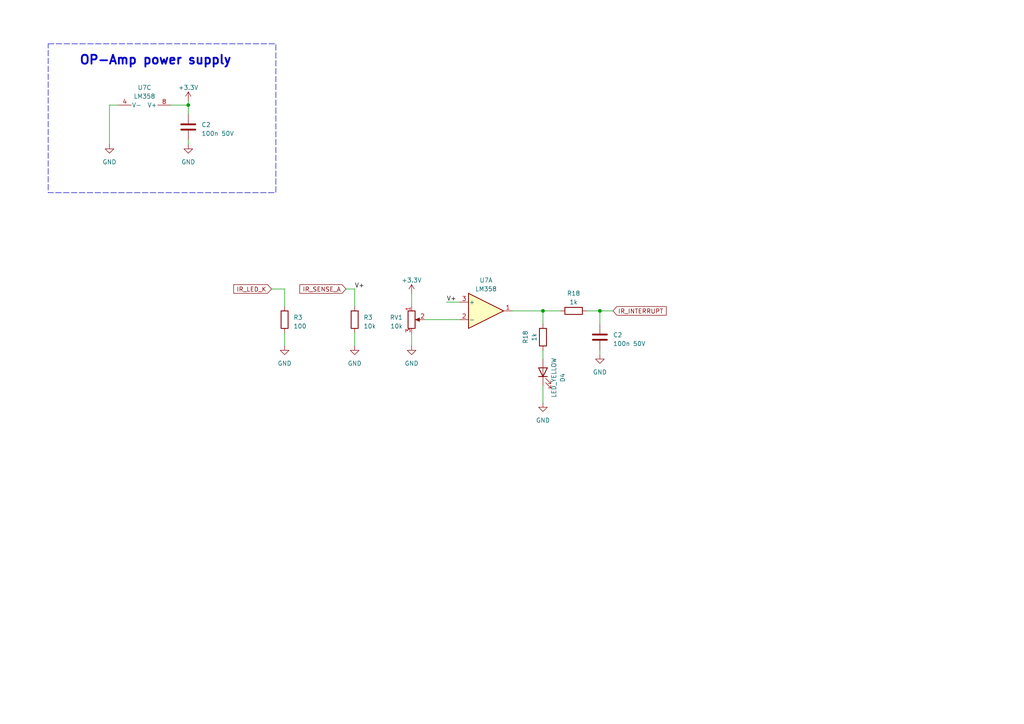
<source format=kicad_sch>
(kicad_sch (version 20230121) (generator eeschema)
  (paper "A4")
  (lib_symbols
    (symbol "Amplifier_Operational:LM358" (pin_names (offset 0.127))
      (property "Reference" "U" (at 0 5.08 0))
      (property "Value" "LM358" (at 0 -5.08 0))
      (symbol "LM358_1_1"
        (polyline (pts (xy -5.08 5.08) (xy 5.08 0) (xy -5.08 -5.08) (xy -5.08 5.08)) (stroke (width 0.254)) (fill (type background)))
        (pin output line (at 7.62 0 180) (length 2.54) (name "~") (number "1"))
        (pin input line (at -7.62 -2.54 0) (length 2.54) (name "-") (number "2"))
        (pin input line (at -7.62 2.54 0) (length 2.54) (name "+") (number "3"))
      )
      (symbol "LM358_2_1"
        (polyline (pts (xy -5.08 5.08) (xy 5.08 0) (xy -5.08 -5.08) (xy -5.08 5.08)) (stroke (width 0.254)) (fill (type background)))
        (pin input line (at -7.62 2.54 0) (length 2.54) (name "+") (number "5"))
        (pin input line (at -7.62 -2.54 0) (length 2.54) (name "-") (number "6"))
        (pin output line (at 7.62 0 180) (length 2.54) (name "~") (number "7"))
      )
      (symbol "LM358_3_1"
        (pin power_in line (at -2.54 -7.62 90) (length 3.81) (name "V-") (number "4"))
        (pin power_in line (at -2.54 7.62 270) (length 3.81) (name "V+") (number "8"))
      )
    )
    (symbol "Device:C" (pin_numbers hide) (pin_names (offset 0.254))
      (property "Reference" "C" (at 0.635 2.54 0))
      (property "Value" "C" (at 0.635 -2.54 0))
      (symbol "C_0_1"
        (polyline (pts (xy -2.032 -0.762) (xy 2.032 -0.762)) (stroke (width 0.508)))
        (polyline (pts (xy -2.032 0.762) (xy 2.032 0.762)) (stroke (width 0.508)))
      )
      (symbol "C_1_1"
        (pin passive line (at 0 3.81 270) (length 2.794) (name "~") (number "1"))
        (pin passive line (at 0 -3.81 90) (length 2.794) (name "~") (number "2"))
      )
    )
    (symbol "Device:LED" (pin_numbers hide) (pin_names (offset 1.016) hide)
      (property "Reference" "D" (at 0 2.54 0))
      (property "Value" "LED" (at 0 -2.54 0))
      (symbol "LED_0_1"
        (polyline (pts (xy -1.27 -1.27) (xy -1.27 1.27)) (stroke (width 0.254)))
        (polyline (pts (xy -1.27 0) (xy 1.27 0)))
        (polyline (pts (xy 1.27 -1.27) (xy 1.27 1.27) (xy -1.27 0) (xy 1.27 -1.27)) (stroke (width 0.254)))
        (polyline (pts (xy -3.048 -0.762) (xy -4.572 -2.286) (xy -3.81 -2.286) (xy -4.572 -2.286) (xy -4.572 -1.524)))
        (polyline (pts (xy -1.778 -0.762) (xy -3.302 -2.286) (xy -2.54 -2.286) (xy -3.302 -2.286) (xy -3.302 -1.524)))
      )
      (symbol "LED_1_1"
        (pin passive line (at -3.81 0 0) (length 2.54) (name "K") (number "1"))
        (pin passive line (at 3.81 0 180) (length 2.54) (name "A") (number "2"))
      )
    )
    (symbol "Device:R" (pin_numbers hide) (pin_names (offset 0))
      (property "Reference" "R" (at 2.032 0 90))
      (property "Value" "R" (at 0 0 90))
      (symbol "R_0_1"
        (rectangle (start -1.016 -2.54) (end 1.016 2.54) (stroke (width 0.254)))
      )
      (symbol "R_1_1"
        (pin passive line (at 0 3.81 270) (length 1.27) (name "~") (number "1"))
        (pin passive line (at 0 -3.81 90) (length 1.27) (name "~") (number "2"))
      )
    )
    (symbol "Device:R_Potentiometer" (pin_names (offset 1.016) hide)
      (property "Reference" "RV" (at -4.445 0 90))
      (property "Value" "R_Potentiometer" (at -2.54 0 90))
      (symbol "R_Potentiometer_0_1"
        (polyline (pts (xy 2.54 0) (xy 1.524 0)))
        (polyline (pts (xy 1.143 0) (xy 2.286 0.508) (xy 2.286 -0.508) (xy 1.143 0)) (fill (type outline)))
        (rectangle (start 1.016 2.54) (end -1.016 -2.54) (stroke (width 0.254)))
      )
      (symbol "R_Potentiometer_1_1"
        (pin passive line (at 0 3.81 270) (length 1.27) (name "1") (number "1"))
        (pin passive line (at 3.81 0 180) (length 1.27) (name "2") (number "2"))
        (pin passive line (at 0 -3.81 90) (length 1.27) (name "3") (number "3"))
      )
    )
    (symbol "power:+3.3V" (power) (pin_names (offset 0))
      (property "Value" "+3.3V" (at 0 3.556 0))
      (symbol "+3.3V_0_1"
        (polyline (pts (xy -0.762 1.27) (xy 0 2.54)))
        (polyline (pts (xy 0 0) (xy 0 2.54)))
        (polyline (pts (xy 0 2.54) (xy 0.762 1.27)))
      )
      (symbol "+3.3V_1_1"
        (pin power_in line (at 0 0 90) (length 0) hide (name "+3.3V") (number "1"))
      )
    )
    (symbol "power:GND" (power) (pin_names (offset 0))
      (property "Value" "GND" (at 0 -3.81 0))
      (symbol "GND_0_1"
        (polyline (pts (xy 0 0) (xy 0 -1.27) (xy 1.27 -1.27) (xy 0 -2.54) (xy -1.27 -1.27) (xy 0 -1.27)))
      )
      (symbol "GND_1_1"
        (pin power_in line (at 0 0 270) (length 0) hide (name "GND") (number "1"))
      )
    )
  )
  (junction (at 157.48 90.17))
  (junction (at 173.99 90.17))
  (junction (at 54.61 30.48))
  (wire (pts (xy 129.54 87.63) (xy 133.35 87.63)))
  (wire (pts (xy 157.48 90.17) (xy 157.48 93.98)))
  (wire (pts (xy 173.99 102.87) (xy 173.99 101.6)))
  (wire (pts (xy 173.99 90.17) (xy 177.8 90.17)))
  (wire (pts (xy 119.38 96.52) (xy 119.38 100.33)))
  (wire (pts (xy 54.61 41.91) (xy 54.61 40.64)))
  (wire (pts (xy 123.19 92.71) (xy 133.35 92.71)))
  (wire (pts (xy 148.59 90.17) (xy 157.48 90.17)))
  (wire (pts (xy 78.74 83.82) (xy 82.55 83.82)))
  (wire (pts (xy 82.55 83.82) (xy 82.55 88.9)))
  (wire (pts (xy 173.99 90.17) (xy 173.99 93.98)))
  (wire (pts (xy 157.48 101.6) (xy 157.48 104.14)))
  (wire (pts (xy 54.61 30.48) (xy 54.61 33.02)))
  (wire (pts (xy 102.87 83.82) (xy 102.87 88.9)))
  (wire (pts (xy 157.48 90.17) (xy 162.56 90.17)))
  (wire (pts (xy 157.48 116.84) (xy 157.48 111.76)))
  (wire (pts (xy 170.18 90.17) (xy 173.99 90.17)))
  (wire (pts (xy 119.38 85.09) (xy 119.38 88.9)))
  (wire (pts (xy 31.75 30.48) (xy 31.75 41.91)))
  (wire (pts (xy 54.61 29.21) (xy 54.61 30.48)))
  (wire (pts (xy 49.53 30.48) (xy 54.61 30.48)))
  (wire (pts (xy 31.75 30.48) (xy 34.29 30.48)))
  (wire (pts (xy 102.87 96.52) (xy 102.87 100.33)))
  (wire (pts (xy 100.33 83.82) (xy 102.87 83.82)))
  (wire (pts (xy 82.55 96.52) (xy 82.55 100.33)))
  (rectangle (start 13.97 12.7) (end 80.01 55.88) (stroke (width 0) (type dash)))
  (text "OP-Amp power supply" (at 67.31 19.05 0) (effects (font (size 2.5654 2.5654) (thickness 0.5131) bold) (justify right bottom)))
  (label "V+" (at 129.54 87.63 0))
  (label "V+" (at 102.87 83.82 0))
  (global_label "IR_SENSE_A" (shape input) (at 100.33 83.82 180) (property "Intersheetrefs" "${INTERSHEET_REFS}" (effects hide)))
  (global_label "IR_LED_K" (shape input) (at 78.74 83.82 180) (property "Intersheetrefs" "${INTERSHEET_REFS}" (effects hide)))
  (global_label "IR_INTERRUPT" (shape input) (at 177.8 90.17 0) (property "Intersheetrefs" "${INTERSHEET_REFS}" (effects hide)))
  (symbol (lib_id "power:GND") (at 119.38 100.33 0) (unit 1)
    (property "Reference" "#PWR015" (effects hide))
    (property "Value" "GND" (at 119.38 105.41 0))
    (instances (project "DPB-PCB" (path "" (reference "#PWR015") (unit 1)) (path "" (reference "#PWR034") (unit 1)) (path "" (reference "#PWR070") (unit 1))))
  )
  (symbol (lib_id "Device:R") (at 102.87 92.71 180) (unit 1)
    (property "Reference" "R3" (at 105.41 92.075 0) (effects (justify right)))
    (property "Value" "10k" (at 105.41 94.615 0) (effects (justify right)))
    (property "Footprint" "Resistor_SMD:R_0402_1005Metric" (effects hide))
    (property "LCSC" "C25744" (effects hide))
    (instances (project "DPB-PCB" (path "" (reference "R3") (unit 1)) (path "" (reference "R12") (unit 1)) (path "" (reference "R35") (unit 1))))
  )
  (symbol (lib_id "power:+3.3V") (at 119.38 85.09 0) (unit 1)
    (property "Reference" "#PWR013" (effects hide))
    (property "Value" "+3.3V" (at 119.38 81.28 0))
    (instances (project "DPB-PCB" (path "" (reference "#PWR013") (unit 1)) (path "" (reference "#PWR035") (unit 1)) (path "" (reference "#PWR069") (unit 1))))
  )
  (symbol (lib_id "power:GND") (at 157.48 116.84 0) (unit 1)
    (property "Reference" "#PWR037" (effects hide))
    (property "Value" "GND" (at 157.48 121.92 0))
    (instances (project "DPB-PCB" (path "" (reference "#PWR037") (unit 1)) (path "" (reference "#PWR071") (unit 1))))
  )
  (symbol (lib_id "Amplifier_Operational:LM358") (at 41.91 33.02 270) (unit 3)
    (property "Reference" "U7" (at 41.91 25.4 90))
    (property "Value" "LM358" (at 41.91 27.94 90))
    (property "Datasheet" "http://www.ti.com/lit/ds/symlink/lm2904-n.pdf" (effects hide))
    (property "LCSC" "C7955" (effects hide))
  )
  (symbol (lib_id "Device:C") (at 173.99 97.79 0) (unit 1)
    (property "Reference" "C2" (at 177.8 97.155 0) (effects (justify left)))
    (property "Value" "100n 50V" (at 177.8 99.695 0) (effects (justify left)))
    (property "Footprint" "Capacitor_SMD:C_01005_0402Metric" (effects hide))
    (property "LCSC" "C307331" (effects hide))
    (instances (project "DPB-PCB" (path "" (reference "C2") (unit 1)) (path "" (reference "C11") (unit 1)) (path "" (reference "C17") (unit 1))))
  )
  (symbol (lib_id "Device:R") (at 82.55 92.71 180) (unit 1)
    (property "Reference" "R3" (at 85.09 92.075 0) (effects (justify right)))
    (property "Value" "100" (at 85.09 94.615 0) (effects (justify right)))
    (property "Footprint" "Resistor_SMD:R_0603_1608Metric" (effects hide))
    (property "LCSC" "C22775" (effects hide))
    (instances (project "DPB-PCB" (path "" (reference "R3") (unit 1)) (path "" (reference "R12") (unit 1)) (path "" (reference "R34") (unit 1))))
  )
  (symbol (lib_id "Device:C") (at 54.61 36.83 0) (unit 1)
    (property "Reference" "C2" (at 58.42 36.195 0) (effects (justify left)))
    (property "Value" "100n 50V" (at 58.42 38.735 0) (effects (justify left)))
    (property "Footprint" "Capacitor_SMD:C_01005_0402Metric" (effects hide))
    (property "LCSC" "C307331" (effects hide))
    (instances (project "DPB-PCB" (path "" (reference "C2") (unit 1)) (path "" (reference "C11") (unit 1)) (path "" (reference "C16") (unit 1))))
  )
  (symbol (lib_id "power:GND") (at 54.61 41.91 0) (unit 1)
    (property "Reference" "#PWR015" (effects hide))
    (property "Value" "GND" (at 54.61 46.99 0))
    (instances (project "DPB-PCB" (path "" (reference "#PWR015") (unit 1)) (path "" (reference "#PWR034") (unit 1)) (path "" (reference "#PWR066") (unit 1))))
  )
  (symbol (lib_id "power:GND") (at 173.99 102.87 0) (unit 1)
    (property "Reference" "#PWR015" (effects hide))
    (property "Value" "GND" (at 173.99 107.95 0))
    (instances (project "DPB-PCB" (path "" (reference "#PWR015") (unit 1)) (path "" (reference "#PWR034") (unit 1)) (path "" (reference "#PWR072") (unit 1))))
  )
  (symbol (lib_id "Device:R") (at 166.37 90.17 90) (unit 1)
    (property "Reference" "R18" (at 166.37 85.09 90))
    (property "Value" "1k" (at 166.37 87.63 90))
    (property "Footprint" "Resistor_SMD:R_0402_1005Metric" (effects hide))
    (property "LCSC" "C11702" (effects hide))
    (instances (project "DPB-PCB" (path "" (reference "R18") (unit 1)) (path "" (reference "R10") (unit 1)) (path "" (reference "R37") (unit 1))))
  )
  (symbol (lib_id "Device:LED") (at 157.48 107.95 90) (unit 1)
    (property "Reference" "D4" (at 163.195 109.5375 0))
    (property "Value" "LED_YELLOW" (at 160.655 109.5375 0))
    (property "Footprint" "LED_SMD:LED_0603_1608Metric" (effects hide))
    (property "LCSC" "C72038" (effects hide))
    (instances (project "DPB-PCB" (path "" (reference "D4") (unit 1)) (path "" (reference "D6") (unit 1)) (path "" (reference "D10") (unit 1))))
  )
  (symbol (lib_id "Device:R") (at 157.48 97.79 180) (unit 1)
    (property "Reference" "R18" (at 152.4 97.79 90))
    (property "Value" "1k" (at 154.94 97.79 90))
    (property "Footprint" "Resistor_SMD:R_0402_1005Metric" (effects hide))
    (property "LCSC" "C11702" (effects hide))
    (instances (project "DPB-PCB" (path "" (reference "R18") (unit 1)) (path "" (reference "R10") (unit 1)) (path "" (reference "R36") (unit 1))))
  )
  (symbol (lib_id "Device:R_Potentiometer") (at 119.38 92.71 0) (unit 1)
    (property "Reference" "RV1" (at 116.84 92.075 0) (effects (justify right)))
    (property "Value" "10k" (at 116.84 94.615 0) (effects (justify right)))
    (property "Footprint" "Potentiometer_SMD:Potentiometer_Bourns_TC33X_Vertical" (effects hide))
    (property "LCSC" "C719176" (effects hide))
  )
  (symbol (lib_id "power:GND") (at 82.55 100.33 0) (unit 1)
    (property "Reference" "#PWR015" (effects hide))
    (property "Value" "GND" (at 82.55 105.41 0))
    (instances (project "DPB-PCB" (path "" (reference "#PWR015") (unit 1)) (path "" (reference "#PWR034") (unit 1)) (path "" (reference "#PWR067") (unit 1))))
  )
  (symbol (lib_id "power:GND") (at 102.87 100.33 0) (unit 1)
    (property "Reference" "#PWR015" (effects hide))
    (property "Value" "GND" (at 102.87 105.41 0))
    (instances (project "DPB-PCB" (path "" (reference "#PWR015") (unit 1)) (path "" (reference "#PWR034") (unit 1)) (path "" (reference "#PWR068") (unit 1))))
  )
  (symbol (lib_id "Amplifier_Operational:LM358") (at 140.97 90.17 0) (unit 1)
    (property "Reference" "U7" (at 140.97 81.28 0))
    (property "Value" "LM358" (at 140.97 83.82 0))
    (property "Footprint" "Package_SO:SOIC-8_3.9x4.9mm_P1.27mm" (effects hide))
    (property "Datasheet" "http://www.ti.com/lit/ds/symlink/lm2904-n.pdf" (effects hide))
    (property "LCSC" "C7955" (effects hide))
  )
  (symbol (lib_id "power:+3.3V") (at 54.61 29.21 0) (unit 1)
    (property "Reference" "#PWR013" (effects hide))
    (property "Value" "+3.3V" (at 54.61 25.4 0))
    (instances (project "DPB-PCB" (path "" (reference "#PWR013") (unit 1)) (path "" (reference "#PWR035") (unit 1)) (path "" (reference "#PWR065") (unit 1))))
  )
  (symbol (lib_id "power:GND") (at 31.75 41.91 0) (unit 1)
    (property "Reference" "#PWR015" (effects hide))
    (property "Value" "GND" (at 31.75 46.99 0))
    (instances (project "DPB-PCB" (path "" (reference "#PWR015") (unit 1)) (path "" (reference "#PWR033") (unit 1)) (path "" (reference "#PWR064") (unit 1))))
  )
)
</source>
